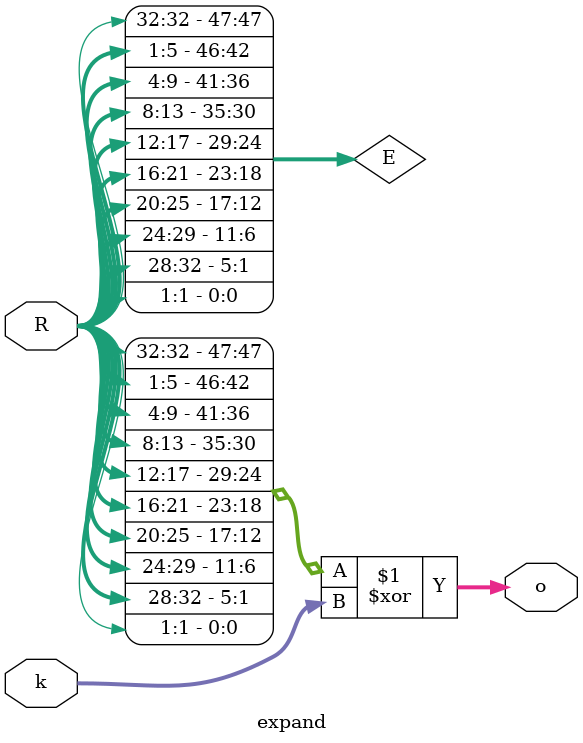
<source format=v>
`timescale 1ns / 1ps


module expand(
    input [1:32] R,
    input [1:48]k,
    output [1:48]o
    );
    wire [1:48] E;
    assign E[1] = R[32];
  assign E[2] = R[1];
  assign E[3] = R[2];
  assign E[4] = R[3];
  assign E[5] = R[4];
  assign E[6] = R[5];
  assign E[7] = R[4];
  assign E[8] = R[5];
  assign E[9] = R[6];
  assign E[10] = R[7];
  assign E[11] = R[8];
  assign E[12] = R[9];
  assign E[13] = R[8];
  assign E[14] = R[9];
  assign E[15] = R[10];
  assign E[16] = R[11];
  assign E[17] = R[12];
  assign E[18] = R[13];
  assign E[19] = R[12];
  assign E[20] = R[13];
  assign E[21] = R[14];
  assign E[22] = R[15];
  assign E[23] = R[16];
  assign E[24] = R[17];
  assign E[25] = R[16];
  assign E[26] = R[17];
  assign E[27] = R[18];
  assign E[28] = R[19];
  assign E[29] = R[20];
  assign E[30] = R[21];
  assign E[31] = R[20];
  assign E[32] = R[21];
  assign E[33] = R[22];
  assign E[34] = R[23];
  assign E[35] = R[24];
  assign E[36] = R[25];
  assign E[37] = R[24];
  assign E[38] = R[25];
  assign E[39] = R[26];
  assign E[40] = R[27];
  assign E[41] = R[28];
  assign E[42] = R[29];
  assign E[43] = R[28];
  assign E[44] = R[29];
  assign E[45] = R[30];
  assign E[46] = R[31];
  assign E[47] = R[32];
  assign E[48] = R[1];
  assign o=E^k; //this is right for sure

endmodule

</source>
